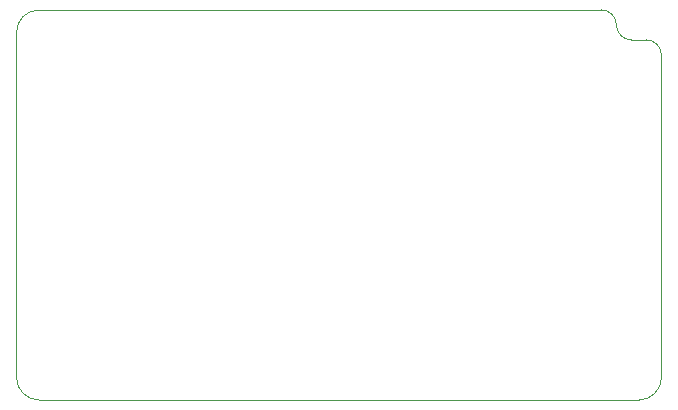
<source format=gm1>
G04 #@! TF.GenerationSoftware,KiCad,Pcbnew,(5.1.10)-1*
G04 #@! TF.CreationDate,2021-08-27T13:40:13+02:00*
G04 #@! TF.ProjectId,JuntekOnSteroidsTTGO,4a756e74-656b-44f6-9e53-7465726f6964,3.1*
G04 #@! TF.SameCoordinates,PX5b716c8PY5b716c8*
G04 #@! TF.FileFunction,Profile,NP*
%FSLAX46Y46*%
G04 Gerber Fmt 4.6, Leading zero omitted, Abs format (unit mm)*
G04 Created by KiCad (PCBNEW (5.1.10)-1) date 2021-08-27 13:40:13*
%MOMM*%
%LPD*%
G01*
G04 APERTURE LIST*
G04 #@! TA.AperFunction,Profile*
%ADD10C,0.050000*%
G04 #@! TD*
G04 APERTURE END LIST*
D10*
X55245000Y33655000D02*
X56515000Y33655000D01*
X55245000Y33655000D02*
G75*
G02*
X53975000Y34925000I0J1270000D01*
G01*
X56515000Y33655000D02*
G75*
G02*
X57785000Y32385000I0J-1270000D01*
G01*
X52705000Y36195000D02*
G75*
G02*
X53975000Y34925000I0J-1270000D01*
G01*
X3175000Y34290000D02*
G75*
G02*
X5080000Y36195000I1905000J0D01*
G01*
X5080000Y3175000D02*
G75*
G02*
X3175000Y5080000I0J1905000D01*
G01*
X57785000Y5080000D02*
G75*
G02*
X55880000Y3175000I-1905000J0D01*
G01*
X57785000Y5080000D02*
X57785000Y32385000D01*
X5080000Y3175000D02*
X55880000Y3175000D01*
X3175000Y34290000D02*
X3175000Y5080000D01*
X52705000Y36195000D02*
X5080000Y36195000D01*
M02*

</source>
